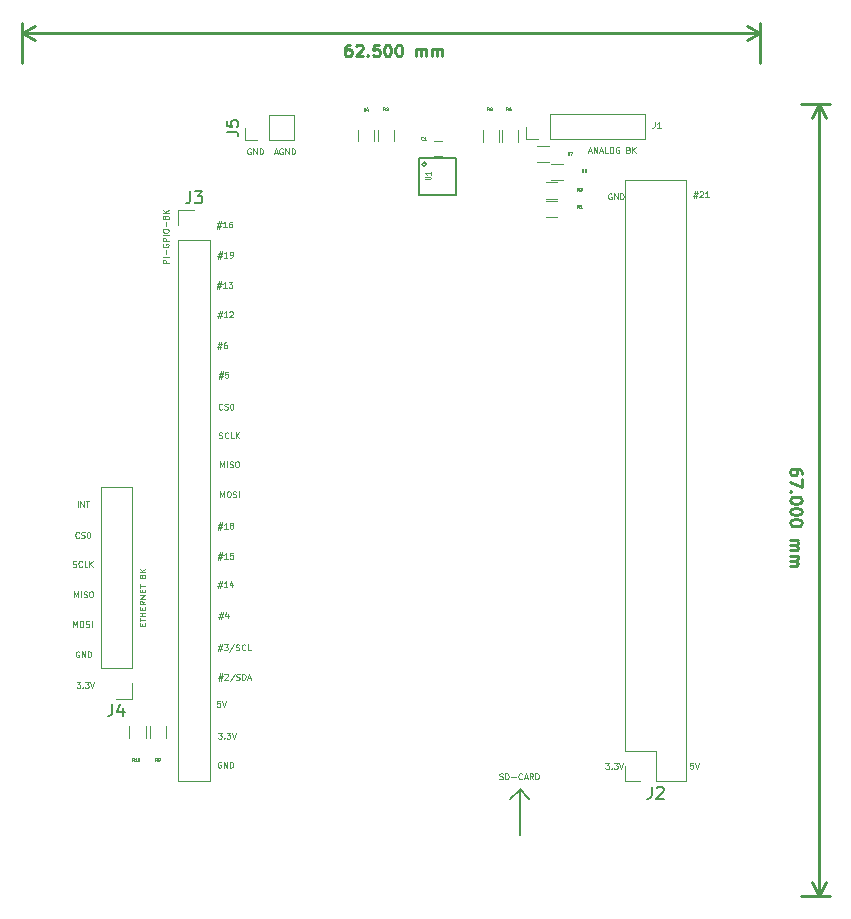
<source format=gbr>
G04 #@! TF.FileFunction,Legend,Top*
%FSLAX46Y46*%
G04 Gerber Fmt 4.6, Leading zero omitted, Abs format (unit mm)*
G04 Created by KiCad (PCBNEW 4.0.6-e0-6349~53~ubuntu16.04.1) date Tue Jul  4 14:56:25 2017*
%MOMM*%
%LPD*%
G01*
G04 APERTURE LIST*
%ADD10C,0.100000*%
%ADD11C,0.250000*%
%ADD12C,0.200000*%
%ADD13C,0.120000*%
%ADD14C,0.150000*%
%ADD15C,0.062500*%
G04 APERTURE END LIST*
D10*
X100980000Y-33973333D02*
X101218095Y-33973333D01*
X100932381Y-34116190D02*
X101099048Y-33616190D01*
X101265714Y-34116190D01*
X101432381Y-34116190D02*
X101432381Y-33616190D01*
X101718095Y-34116190D01*
X101718095Y-33616190D01*
X101932381Y-33973333D02*
X102170476Y-33973333D01*
X101884762Y-34116190D02*
X102051429Y-33616190D01*
X102218095Y-34116190D01*
X102622857Y-34116190D02*
X102384762Y-34116190D01*
X102384762Y-33616190D01*
X102884762Y-33616190D02*
X102980000Y-33616190D01*
X103027619Y-33640000D01*
X103075238Y-33687619D01*
X103099047Y-33782857D01*
X103099047Y-33949524D01*
X103075238Y-34044762D01*
X103027619Y-34092381D01*
X102980000Y-34116190D01*
X102884762Y-34116190D01*
X102837143Y-34092381D01*
X102789524Y-34044762D01*
X102765714Y-33949524D01*
X102765714Y-33782857D01*
X102789524Y-33687619D01*
X102837143Y-33640000D01*
X102884762Y-33616190D01*
X103575238Y-33640000D02*
X103527619Y-33616190D01*
X103456191Y-33616190D01*
X103384762Y-33640000D01*
X103337143Y-33687619D01*
X103313334Y-33735238D01*
X103289524Y-33830476D01*
X103289524Y-33901905D01*
X103313334Y-33997143D01*
X103337143Y-34044762D01*
X103384762Y-34092381D01*
X103456191Y-34116190D01*
X103503810Y-34116190D01*
X103575238Y-34092381D01*
X103599048Y-34068571D01*
X103599048Y-33901905D01*
X103503810Y-33901905D01*
X104360952Y-33854286D02*
X104432381Y-33878095D01*
X104456190Y-33901905D01*
X104480000Y-33949524D01*
X104480000Y-34020952D01*
X104456190Y-34068571D01*
X104432381Y-34092381D01*
X104384762Y-34116190D01*
X104194286Y-34116190D01*
X104194286Y-33616190D01*
X104360952Y-33616190D01*
X104408571Y-33640000D01*
X104432381Y-33663810D01*
X104456190Y-33711429D01*
X104456190Y-33759048D01*
X104432381Y-33806667D01*
X104408571Y-33830476D01*
X104360952Y-33854286D01*
X104194286Y-33854286D01*
X104694286Y-34116190D02*
X104694286Y-33616190D01*
X104980000Y-34116190D02*
X104765714Y-33830476D01*
X104980000Y-33616190D02*
X104694286Y-33901905D01*
X65426190Y-43450000D02*
X64926190Y-43450000D01*
X64926190Y-43259524D01*
X64950000Y-43211905D01*
X64973810Y-43188096D01*
X65021429Y-43164286D01*
X65092857Y-43164286D01*
X65140476Y-43188096D01*
X65164286Y-43211905D01*
X65188095Y-43259524D01*
X65188095Y-43450000D01*
X65426190Y-42950000D02*
X64926190Y-42950000D01*
X65235714Y-42711905D02*
X65235714Y-42330953D01*
X64950000Y-41830953D02*
X64926190Y-41878572D01*
X64926190Y-41950000D01*
X64950000Y-42021429D01*
X64997619Y-42069048D01*
X65045238Y-42092857D01*
X65140476Y-42116667D01*
X65211905Y-42116667D01*
X65307143Y-42092857D01*
X65354762Y-42069048D01*
X65402381Y-42021429D01*
X65426190Y-41950000D01*
X65426190Y-41902381D01*
X65402381Y-41830953D01*
X65378571Y-41807143D01*
X65211905Y-41807143D01*
X65211905Y-41902381D01*
X65426190Y-41592857D02*
X64926190Y-41592857D01*
X64926190Y-41402381D01*
X64950000Y-41354762D01*
X64973810Y-41330953D01*
X65021429Y-41307143D01*
X65092857Y-41307143D01*
X65140476Y-41330953D01*
X65164286Y-41354762D01*
X65188095Y-41402381D01*
X65188095Y-41592857D01*
X65426190Y-41092857D02*
X64926190Y-41092857D01*
X64926190Y-40759524D02*
X64926190Y-40664286D01*
X64950000Y-40616667D01*
X64997619Y-40569048D01*
X65092857Y-40545239D01*
X65259524Y-40545239D01*
X65354762Y-40569048D01*
X65402381Y-40616667D01*
X65426190Y-40664286D01*
X65426190Y-40759524D01*
X65402381Y-40807143D01*
X65354762Y-40854762D01*
X65259524Y-40878572D01*
X65092857Y-40878572D01*
X64997619Y-40854762D01*
X64950000Y-40807143D01*
X64926190Y-40759524D01*
X65235714Y-40330952D02*
X65235714Y-39950000D01*
X65164286Y-39545238D02*
X65188095Y-39473809D01*
X65211905Y-39450000D01*
X65259524Y-39426190D01*
X65330952Y-39426190D01*
X65378571Y-39450000D01*
X65402381Y-39473809D01*
X65426190Y-39521428D01*
X65426190Y-39711904D01*
X64926190Y-39711904D01*
X64926190Y-39545238D01*
X64950000Y-39497619D01*
X64973810Y-39473809D01*
X65021429Y-39450000D01*
X65069048Y-39450000D01*
X65116667Y-39473809D01*
X65140476Y-39497619D01*
X65164286Y-39545238D01*
X65164286Y-39711904D01*
X65426190Y-39211904D02*
X64926190Y-39211904D01*
X65426190Y-38926190D02*
X65140476Y-39140476D01*
X64926190Y-38926190D02*
X65211905Y-39211904D01*
X74369048Y-34083333D02*
X74607143Y-34083333D01*
X74321429Y-34226190D02*
X74488096Y-33726190D01*
X74654762Y-34226190D01*
X75083333Y-33750000D02*
X75035714Y-33726190D01*
X74964286Y-33726190D01*
X74892857Y-33750000D01*
X74845238Y-33797619D01*
X74821429Y-33845238D01*
X74797619Y-33940476D01*
X74797619Y-34011905D01*
X74821429Y-34107143D01*
X74845238Y-34154762D01*
X74892857Y-34202381D01*
X74964286Y-34226190D01*
X75011905Y-34226190D01*
X75083333Y-34202381D01*
X75107143Y-34178571D01*
X75107143Y-34011905D01*
X75011905Y-34011905D01*
X75321429Y-34226190D02*
X75321429Y-33726190D01*
X75607143Y-34226190D01*
X75607143Y-33726190D01*
X75845239Y-34226190D02*
X75845239Y-33726190D01*
X75964286Y-33726190D01*
X76035715Y-33750000D01*
X76083334Y-33797619D01*
X76107143Y-33845238D01*
X76130953Y-33940476D01*
X76130953Y-34011905D01*
X76107143Y-34107143D01*
X76083334Y-34154762D01*
X76035715Y-34202381D01*
X75964286Y-34226190D01*
X75845239Y-34226190D01*
X72369047Y-33750000D02*
X72321428Y-33726190D01*
X72250000Y-33726190D01*
X72178571Y-33750000D01*
X72130952Y-33797619D01*
X72107143Y-33845238D01*
X72083333Y-33940476D01*
X72083333Y-34011905D01*
X72107143Y-34107143D01*
X72130952Y-34154762D01*
X72178571Y-34202381D01*
X72250000Y-34226190D01*
X72297619Y-34226190D01*
X72369047Y-34202381D01*
X72392857Y-34178571D01*
X72392857Y-34011905D01*
X72297619Y-34011905D01*
X72607143Y-34226190D02*
X72607143Y-33726190D01*
X72892857Y-34226190D01*
X72892857Y-33726190D01*
X73130953Y-34226190D02*
X73130953Y-33726190D01*
X73250000Y-33726190D01*
X73321429Y-33750000D01*
X73369048Y-33797619D01*
X73392857Y-33845238D01*
X73416667Y-33940476D01*
X73416667Y-34011905D01*
X73392857Y-34107143D01*
X73369048Y-34154762D01*
X73321429Y-34202381D01*
X73250000Y-34226190D01*
X73130953Y-34226190D01*
X63214286Y-74154761D02*
X63214286Y-73988095D01*
X63476190Y-73916666D02*
X63476190Y-74154761D01*
X62976190Y-74154761D01*
X62976190Y-73916666D01*
X62976190Y-73773809D02*
X62976190Y-73488095D01*
X63476190Y-73630952D02*
X62976190Y-73630952D01*
X63476190Y-73321428D02*
X62976190Y-73321428D01*
X63214286Y-73321428D02*
X63214286Y-73035714D01*
X63476190Y-73035714D02*
X62976190Y-73035714D01*
X63214286Y-72797618D02*
X63214286Y-72630952D01*
X63476190Y-72559523D02*
X63476190Y-72797618D01*
X62976190Y-72797618D01*
X62976190Y-72559523D01*
X63476190Y-72059523D02*
X63238095Y-72226190D01*
X63476190Y-72345237D02*
X62976190Y-72345237D01*
X62976190Y-72154761D01*
X63000000Y-72107142D01*
X63023810Y-72083333D01*
X63071429Y-72059523D01*
X63142857Y-72059523D01*
X63190476Y-72083333D01*
X63214286Y-72107142D01*
X63238095Y-72154761D01*
X63238095Y-72345237D01*
X63476190Y-71845237D02*
X62976190Y-71845237D01*
X63476190Y-71559523D01*
X62976190Y-71559523D01*
X63214286Y-71321427D02*
X63214286Y-71154761D01*
X63476190Y-71083332D02*
X63476190Y-71321427D01*
X62976190Y-71321427D01*
X62976190Y-71083332D01*
X62976190Y-70940475D02*
X62976190Y-70654761D01*
X63476190Y-70797618D02*
X62976190Y-70797618D01*
X63214286Y-69940476D02*
X63238095Y-69869047D01*
X63261905Y-69845238D01*
X63309524Y-69821428D01*
X63380952Y-69821428D01*
X63428571Y-69845238D01*
X63452381Y-69869047D01*
X63476190Y-69916666D01*
X63476190Y-70107142D01*
X62976190Y-70107142D01*
X62976190Y-69940476D01*
X63000000Y-69892857D01*
X63023810Y-69869047D01*
X63071429Y-69845238D01*
X63119048Y-69845238D01*
X63166667Y-69869047D01*
X63190476Y-69892857D01*
X63214286Y-69940476D01*
X63214286Y-70107142D01*
X63476190Y-69607142D02*
X62976190Y-69607142D01*
X63476190Y-69321428D02*
X63190476Y-69535714D01*
X62976190Y-69321428D02*
X63261905Y-69607142D01*
D11*
X80833334Y-24952381D02*
X80642857Y-24952381D01*
X80547619Y-25000000D01*
X80500000Y-25047619D01*
X80404762Y-25190476D01*
X80357143Y-25380952D01*
X80357143Y-25761905D01*
X80404762Y-25857143D01*
X80452381Y-25904762D01*
X80547619Y-25952381D01*
X80738096Y-25952381D01*
X80833334Y-25904762D01*
X80880953Y-25857143D01*
X80928572Y-25761905D01*
X80928572Y-25523810D01*
X80880953Y-25428571D01*
X80833334Y-25380952D01*
X80738096Y-25333333D01*
X80547619Y-25333333D01*
X80452381Y-25380952D01*
X80404762Y-25428571D01*
X80357143Y-25523810D01*
X81309524Y-25047619D02*
X81357143Y-25000000D01*
X81452381Y-24952381D01*
X81690477Y-24952381D01*
X81785715Y-25000000D01*
X81833334Y-25047619D01*
X81880953Y-25142857D01*
X81880953Y-25238095D01*
X81833334Y-25380952D01*
X81261905Y-25952381D01*
X81880953Y-25952381D01*
X82309524Y-25857143D02*
X82357143Y-25904762D01*
X82309524Y-25952381D01*
X82261905Y-25904762D01*
X82309524Y-25857143D01*
X82309524Y-25952381D01*
X83261905Y-24952381D02*
X82785714Y-24952381D01*
X82738095Y-25428571D01*
X82785714Y-25380952D01*
X82880952Y-25333333D01*
X83119048Y-25333333D01*
X83214286Y-25380952D01*
X83261905Y-25428571D01*
X83309524Y-25523810D01*
X83309524Y-25761905D01*
X83261905Y-25857143D01*
X83214286Y-25904762D01*
X83119048Y-25952381D01*
X82880952Y-25952381D01*
X82785714Y-25904762D01*
X82738095Y-25857143D01*
X83928571Y-24952381D02*
X84023810Y-24952381D01*
X84119048Y-25000000D01*
X84166667Y-25047619D01*
X84214286Y-25142857D01*
X84261905Y-25333333D01*
X84261905Y-25571429D01*
X84214286Y-25761905D01*
X84166667Y-25857143D01*
X84119048Y-25904762D01*
X84023810Y-25952381D01*
X83928571Y-25952381D01*
X83833333Y-25904762D01*
X83785714Y-25857143D01*
X83738095Y-25761905D01*
X83690476Y-25571429D01*
X83690476Y-25333333D01*
X83738095Y-25142857D01*
X83785714Y-25047619D01*
X83833333Y-25000000D01*
X83928571Y-24952381D01*
X84880952Y-24952381D02*
X84976191Y-24952381D01*
X85071429Y-25000000D01*
X85119048Y-25047619D01*
X85166667Y-25142857D01*
X85214286Y-25333333D01*
X85214286Y-25571429D01*
X85166667Y-25761905D01*
X85119048Y-25857143D01*
X85071429Y-25904762D01*
X84976191Y-25952381D01*
X84880952Y-25952381D01*
X84785714Y-25904762D01*
X84738095Y-25857143D01*
X84690476Y-25761905D01*
X84642857Y-25571429D01*
X84642857Y-25333333D01*
X84690476Y-25142857D01*
X84738095Y-25047619D01*
X84785714Y-25000000D01*
X84880952Y-24952381D01*
X86404762Y-25952381D02*
X86404762Y-25285714D01*
X86404762Y-25380952D02*
X86452381Y-25333333D01*
X86547619Y-25285714D01*
X86690477Y-25285714D01*
X86785715Y-25333333D01*
X86833334Y-25428571D01*
X86833334Y-25952381D01*
X86833334Y-25428571D02*
X86880953Y-25333333D01*
X86976191Y-25285714D01*
X87119048Y-25285714D01*
X87214286Y-25333333D01*
X87261905Y-25428571D01*
X87261905Y-25952381D01*
X87738095Y-25952381D02*
X87738095Y-25285714D01*
X87738095Y-25380952D02*
X87785714Y-25333333D01*
X87880952Y-25285714D01*
X88023810Y-25285714D01*
X88119048Y-25333333D01*
X88166667Y-25428571D01*
X88166667Y-25952381D01*
X88166667Y-25428571D02*
X88214286Y-25333333D01*
X88309524Y-25285714D01*
X88452381Y-25285714D01*
X88547619Y-25333333D01*
X88595238Y-25428571D01*
X88595238Y-25952381D01*
X53000000Y-24000000D02*
X115500000Y-24000000D01*
X53000000Y-26500000D02*
X53000000Y-23100000D01*
X115500000Y-26500000D02*
X115500000Y-23100000D01*
X115500000Y-24000000D02*
X114373496Y-24586421D01*
X115500000Y-24000000D02*
X114373496Y-23413579D01*
X53000000Y-24000000D02*
X54126504Y-24586421D01*
X53000000Y-24000000D02*
X54126504Y-23413579D01*
X119047619Y-61333334D02*
X119047619Y-61142857D01*
X119000000Y-61047619D01*
X118952381Y-61000000D01*
X118809524Y-60904762D01*
X118619048Y-60857143D01*
X118238095Y-60857143D01*
X118142857Y-60904762D01*
X118095238Y-60952381D01*
X118047619Y-61047619D01*
X118047619Y-61238096D01*
X118095238Y-61333334D01*
X118142857Y-61380953D01*
X118238095Y-61428572D01*
X118476190Y-61428572D01*
X118571429Y-61380953D01*
X118619048Y-61333334D01*
X118666667Y-61238096D01*
X118666667Y-61047619D01*
X118619048Y-60952381D01*
X118571429Y-60904762D01*
X118476190Y-60857143D01*
X119047619Y-61761905D02*
X119047619Y-62428572D01*
X118047619Y-62000000D01*
X118142857Y-62809524D02*
X118095238Y-62857143D01*
X118047619Y-62809524D01*
X118095238Y-62761905D01*
X118142857Y-62809524D01*
X118047619Y-62809524D01*
X119047619Y-63476190D02*
X119047619Y-63571429D01*
X119000000Y-63666667D01*
X118952381Y-63714286D01*
X118857143Y-63761905D01*
X118666667Y-63809524D01*
X118428571Y-63809524D01*
X118238095Y-63761905D01*
X118142857Y-63714286D01*
X118095238Y-63666667D01*
X118047619Y-63571429D01*
X118047619Y-63476190D01*
X118095238Y-63380952D01*
X118142857Y-63333333D01*
X118238095Y-63285714D01*
X118428571Y-63238095D01*
X118666667Y-63238095D01*
X118857143Y-63285714D01*
X118952381Y-63333333D01*
X119000000Y-63380952D01*
X119047619Y-63476190D01*
X119047619Y-64428571D02*
X119047619Y-64523810D01*
X119000000Y-64619048D01*
X118952381Y-64666667D01*
X118857143Y-64714286D01*
X118666667Y-64761905D01*
X118428571Y-64761905D01*
X118238095Y-64714286D01*
X118142857Y-64666667D01*
X118095238Y-64619048D01*
X118047619Y-64523810D01*
X118047619Y-64428571D01*
X118095238Y-64333333D01*
X118142857Y-64285714D01*
X118238095Y-64238095D01*
X118428571Y-64190476D01*
X118666667Y-64190476D01*
X118857143Y-64238095D01*
X118952381Y-64285714D01*
X119000000Y-64333333D01*
X119047619Y-64428571D01*
X119047619Y-65380952D02*
X119047619Y-65476191D01*
X119000000Y-65571429D01*
X118952381Y-65619048D01*
X118857143Y-65666667D01*
X118666667Y-65714286D01*
X118428571Y-65714286D01*
X118238095Y-65666667D01*
X118142857Y-65619048D01*
X118095238Y-65571429D01*
X118047619Y-65476191D01*
X118047619Y-65380952D01*
X118095238Y-65285714D01*
X118142857Y-65238095D01*
X118238095Y-65190476D01*
X118428571Y-65142857D01*
X118666667Y-65142857D01*
X118857143Y-65190476D01*
X118952381Y-65238095D01*
X119000000Y-65285714D01*
X119047619Y-65380952D01*
X118047619Y-66904762D02*
X118714286Y-66904762D01*
X118619048Y-66904762D02*
X118666667Y-66952381D01*
X118714286Y-67047619D01*
X118714286Y-67190477D01*
X118666667Y-67285715D01*
X118571429Y-67333334D01*
X118047619Y-67333334D01*
X118571429Y-67333334D02*
X118666667Y-67380953D01*
X118714286Y-67476191D01*
X118714286Y-67619048D01*
X118666667Y-67714286D01*
X118571429Y-67761905D01*
X118047619Y-67761905D01*
X118047619Y-68238095D02*
X118714286Y-68238095D01*
X118619048Y-68238095D02*
X118666667Y-68285714D01*
X118714286Y-68380952D01*
X118714286Y-68523810D01*
X118666667Y-68619048D01*
X118571429Y-68666667D01*
X118047619Y-68666667D01*
X118571429Y-68666667D02*
X118666667Y-68714286D01*
X118714286Y-68809524D01*
X118714286Y-68952381D01*
X118666667Y-69047619D01*
X118571429Y-69095238D01*
X118047619Y-69095238D01*
X120500000Y-30000000D02*
X120500000Y-97000000D01*
X119000000Y-30000000D02*
X121400000Y-30000000D01*
X119000000Y-97000000D02*
X121400000Y-97000000D01*
X120500000Y-97000000D02*
X119913579Y-95873496D01*
X120500000Y-97000000D02*
X121086421Y-95873496D01*
X120500000Y-30000000D02*
X119913579Y-31126504D01*
X120500000Y-30000000D02*
X121086421Y-31126504D01*
D10*
X93443334Y-87122381D02*
X93514763Y-87146190D01*
X93633810Y-87146190D01*
X93681429Y-87122381D01*
X93705239Y-87098571D01*
X93729048Y-87050952D01*
X93729048Y-87003333D01*
X93705239Y-86955714D01*
X93681429Y-86931905D01*
X93633810Y-86908095D01*
X93538572Y-86884286D01*
X93490953Y-86860476D01*
X93467144Y-86836667D01*
X93443334Y-86789048D01*
X93443334Y-86741429D01*
X93467144Y-86693810D01*
X93490953Y-86670000D01*
X93538572Y-86646190D01*
X93657620Y-86646190D01*
X93729048Y-86670000D01*
X93943334Y-87146190D02*
X93943334Y-86646190D01*
X94062381Y-86646190D01*
X94133810Y-86670000D01*
X94181429Y-86717619D01*
X94205238Y-86765238D01*
X94229048Y-86860476D01*
X94229048Y-86931905D01*
X94205238Y-87027143D01*
X94181429Y-87074762D01*
X94133810Y-87122381D01*
X94062381Y-87146190D01*
X93943334Y-87146190D01*
X94443334Y-86955714D02*
X94824286Y-86955714D01*
X95348096Y-87098571D02*
X95324286Y-87122381D01*
X95252858Y-87146190D01*
X95205239Y-87146190D01*
X95133810Y-87122381D01*
X95086191Y-87074762D01*
X95062382Y-87027143D01*
X95038572Y-86931905D01*
X95038572Y-86860476D01*
X95062382Y-86765238D01*
X95086191Y-86717619D01*
X95133810Y-86670000D01*
X95205239Y-86646190D01*
X95252858Y-86646190D01*
X95324286Y-86670000D01*
X95348096Y-86693810D01*
X95538572Y-87003333D02*
X95776667Y-87003333D01*
X95490953Y-87146190D02*
X95657620Y-86646190D01*
X95824286Y-87146190D01*
X96276667Y-87146190D02*
X96110000Y-86908095D01*
X95990953Y-87146190D02*
X95990953Y-86646190D01*
X96181429Y-86646190D01*
X96229048Y-86670000D01*
X96252857Y-86693810D01*
X96276667Y-86741429D01*
X96276667Y-86812857D01*
X96252857Y-86860476D01*
X96229048Y-86884286D01*
X96181429Y-86908095D01*
X95990953Y-86908095D01*
X96490953Y-87146190D02*
X96490953Y-86646190D01*
X96610000Y-86646190D01*
X96681429Y-86670000D01*
X96729048Y-86717619D01*
X96752857Y-86765238D01*
X96776667Y-86860476D01*
X96776667Y-86931905D01*
X96752857Y-87027143D01*
X96729048Y-87074762D01*
X96681429Y-87122381D01*
X96610000Y-87146190D01*
X96490953Y-87146190D01*
D12*
X95190000Y-88020000D02*
X94360000Y-88850000D01*
X95170000Y-88010000D02*
X95980000Y-88820000D01*
X95170000Y-91860000D02*
X95170000Y-88010000D01*
D10*
X69569048Y-40092857D02*
X69926191Y-40092857D01*
X69711905Y-39878571D02*
X69569048Y-40521429D01*
X69878572Y-40307143D02*
X69521429Y-40307143D01*
X69735715Y-40521429D02*
X69878572Y-39878571D01*
X70354762Y-40426190D02*
X70069048Y-40426190D01*
X70211905Y-40426190D02*
X70211905Y-39926190D01*
X70164286Y-39997619D01*
X70116667Y-40045238D01*
X70069048Y-40069048D01*
X70783333Y-39926190D02*
X70688095Y-39926190D01*
X70640476Y-39950000D01*
X70616667Y-39973810D01*
X70569048Y-40045238D01*
X70545238Y-40140476D01*
X70545238Y-40330952D01*
X70569048Y-40378571D01*
X70592857Y-40402381D01*
X70640476Y-40426190D01*
X70735714Y-40426190D01*
X70783333Y-40402381D01*
X70807143Y-40378571D01*
X70830952Y-40330952D01*
X70830952Y-40211905D01*
X70807143Y-40164286D01*
X70783333Y-40140476D01*
X70735714Y-40116667D01*
X70640476Y-40116667D01*
X70592857Y-40140476D01*
X70569048Y-40164286D01*
X70545238Y-40211905D01*
X69619048Y-42652857D02*
X69976191Y-42652857D01*
X69761905Y-42438571D02*
X69619048Y-43081429D01*
X69928572Y-42867143D02*
X69571429Y-42867143D01*
X69785715Y-43081429D02*
X69928572Y-42438571D01*
X70404762Y-42986190D02*
X70119048Y-42986190D01*
X70261905Y-42986190D02*
X70261905Y-42486190D01*
X70214286Y-42557619D01*
X70166667Y-42605238D01*
X70119048Y-42629048D01*
X70642857Y-42986190D02*
X70738095Y-42986190D01*
X70785714Y-42962381D01*
X70809524Y-42938571D01*
X70857143Y-42867143D01*
X70880952Y-42771905D01*
X70880952Y-42581429D01*
X70857143Y-42533810D01*
X70833333Y-42510000D01*
X70785714Y-42486190D01*
X70690476Y-42486190D01*
X70642857Y-42510000D01*
X70619048Y-42533810D01*
X70595238Y-42581429D01*
X70595238Y-42700476D01*
X70619048Y-42748095D01*
X70642857Y-42771905D01*
X70690476Y-42795714D01*
X70785714Y-42795714D01*
X70833333Y-42771905D01*
X70857143Y-42748095D01*
X70880952Y-42700476D01*
X69569048Y-45212857D02*
X69926191Y-45212857D01*
X69711905Y-44998571D02*
X69569048Y-45641429D01*
X69878572Y-45427143D02*
X69521429Y-45427143D01*
X69735715Y-45641429D02*
X69878572Y-44998571D01*
X70354762Y-45546190D02*
X70069048Y-45546190D01*
X70211905Y-45546190D02*
X70211905Y-45046190D01*
X70164286Y-45117619D01*
X70116667Y-45165238D01*
X70069048Y-45189048D01*
X70521429Y-45046190D02*
X70830952Y-45046190D01*
X70664286Y-45236667D01*
X70735714Y-45236667D01*
X70783333Y-45260476D01*
X70807143Y-45284286D01*
X70830952Y-45331905D01*
X70830952Y-45450952D01*
X70807143Y-45498571D01*
X70783333Y-45522381D01*
X70735714Y-45546190D01*
X70592857Y-45546190D01*
X70545238Y-45522381D01*
X70521429Y-45498571D01*
X69609048Y-47702857D02*
X69966191Y-47702857D01*
X69751905Y-47488571D02*
X69609048Y-48131429D01*
X69918572Y-47917143D02*
X69561429Y-47917143D01*
X69775715Y-48131429D02*
X69918572Y-47488571D01*
X70394762Y-48036190D02*
X70109048Y-48036190D01*
X70251905Y-48036190D02*
X70251905Y-47536190D01*
X70204286Y-47607619D01*
X70156667Y-47655238D01*
X70109048Y-47679048D01*
X70585238Y-47583810D02*
X70609048Y-47560000D01*
X70656667Y-47536190D01*
X70775714Y-47536190D01*
X70823333Y-47560000D01*
X70847143Y-47583810D01*
X70870952Y-47631429D01*
X70870952Y-47679048D01*
X70847143Y-47750476D01*
X70561429Y-48036190D01*
X70870952Y-48036190D01*
X69587143Y-50322857D02*
X69944286Y-50322857D01*
X69730000Y-50108571D02*
X69587143Y-50751429D01*
X69896667Y-50537143D02*
X69539524Y-50537143D01*
X69753810Y-50751429D02*
X69896667Y-50108571D01*
X70325238Y-50156190D02*
X70230000Y-50156190D01*
X70182381Y-50180000D01*
X70158572Y-50203810D01*
X70110953Y-50275238D01*
X70087143Y-50370476D01*
X70087143Y-50560952D01*
X70110953Y-50608571D01*
X70134762Y-50632381D01*
X70182381Y-50656190D01*
X70277619Y-50656190D01*
X70325238Y-50632381D01*
X70349048Y-50608571D01*
X70372857Y-50560952D01*
X70372857Y-50441905D01*
X70349048Y-50394286D01*
X70325238Y-50370476D01*
X70277619Y-50346667D01*
X70182381Y-50346667D01*
X70134762Y-50370476D01*
X70110953Y-50394286D01*
X70087143Y-50441905D01*
X69707143Y-52822857D02*
X70064286Y-52822857D01*
X69850000Y-52608571D02*
X69707143Y-53251429D01*
X70016667Y-53037143D02*
X69659524Y-53037143D01*
X69873810Y-53251429D02*
X70016667Y-52608571D01*
X70469048Y-52656190D02*
X70230953Y-52656190D01*
X70207143Y-52894286D01*
X70230953Y-52870476D01*
X70278572Y-52846667D01*
X70397619Y-52846667D01*
X70445238Y-52870476D01*
X70469048Y-52894286D01*
X70492857Y-52941905D01*
X70492857Y-53060952D01*
X70469048Y-53108571D01*
X70445238Y-53132381D01*
X70397619Y-53156190D01*
X70278572Y-53156190D01*
X70230953Y-53132381D01*
X70207143Y-53108571D01*
X69968572Y-55798571D02*
X69944762Y-55822381D01*
X69873334Y-55846190D01*
X69825715Y-55846190D01*
X69754286Y-55822381D01*
X69706667Y-55774762D01*
X69682858Y-55727143D01*
X69659048Y-55631905D01*
X69659048Y-55560476D01*
X69682858Y-55465238D01*
X69706667Y-55417619D01*
X69754286Y-55370000D01*
X69825715Y-55346190D01*
X69873334Y-55346190D01*
X69944762Y-55370000D01*
X69968572Y-55393810D01*
X70159048Y-55822381D02*
X70230477Y-55846190D01*
X70349524Y-55846190D01*
X70397143Y-55822381D01*
X70420953Y-55798571D01*
X70444762Y-55750952D01*
X70444762Y-55703333D01*
X70420953Y-55655714D01*
X70397143Y-55631905D01*
X70349524Y-55608095D01*
X70254286Y-55584286D01*
X70206667Y-55560476D01*
X70182858Y-55536667D01*
X70159048Y-55489048D01*
X70159048Y-55441429D01*
X70182858Y-55393810D01*
X70206667Y-55370000D01*
X70254286Y-55346190D01*
X70373334Y-55346190D01*
X70444762Y-55370000D01*
X70754286Y-55346190D02*
X70801905Y-55346190D01*
X70849524Y-55370000D01*
X70873333Y-55393810D01*
X70897143Y-55441429D01*
X70920952Y-55536667D01*
X70920952Y-55655714D01*
X70897143Y-55750952D01*
X70873333Y-55798571D01*
X70849524Y-55822381D01*
X70801905Y-55846190D01*
X70754286Y-55846190D01*
X70706667Y-55822381D01*
X70682857Y-55798571D01*
X70659048Y-55750952D01*
X70635238Y-55655714D01*
X70635238Y-55536667D01*
X70659048Y-55441429D01*
X70682857Y-55393810D01*
X70706667Y-55370000D01*
X70754286Y-55346190D01*
X69694762Y-58242381D02*
X69766191Y-58266190D01*
X69885238Y-58266190D01*
X69932857Y-58242381D01*
X69956667Y-58218571D01*
X69980476Y-58170952D01*
X69980476Y-58123333D01*
X69956667Y-58075714D01*
X69932857Y-58051905D01*
X69885238Y-58028095D01*
X69790000Y-58004286D01*
X69742381Y-57980476D01*
X69718572Y-57956667D01*
X69694762Y-57909048D01*
X69694762Y-57861429D01*
X69718572Y-57813810D01*
X69742381Y-57790000D01*
X69790000Y-57766190D01*
X69909048Y-57766190D01*
X69980476Y-57790000D01*
X70480476Y-58218571D02*
X70456666Y-58242381D01*
X70385238Y-58266190D01*
X70337619Y-58266190D01*
X70266190Y-58242381D01*
X70218571Y-58194762D01*
X70194762Y-58147143D01*
X70170952Y-58051905D01*
X70170952Y-57980476D01*
X70194762Y-57885238D01*
X70218571Y-57837619D01*
X70266190Y-57790000D01*
X70337619Y-57766190D01*
X70385238Y-57766190D01*
X70456666Y-57790000D01*
X70480476Y-57813810D01*
X70932857Y-58266190D02*
X70694762Y-58266190D01*
X70694762Y-57766190D01*
X71099524Y-58266190D02*
X71099524Y-57766190D01*
X71385238Y-58266190D02*
X71170952Y-57980476D01*
X71385238Y-57766190D02*
X71099524Y-58051905D01*
X69804286Y-60726190D02*
X69804286Y-60226190D01*
X69970952Y-60583333D01*
X70137619Y-60226190D01*
X70137619Y-60726190D01*
X70375715Y-60726190D02*
X70375715Y-60226190D01*
X70590000Y-60702381D02*
X70661429Y-60726190D01*
X70780476Y-60726190D01*
X70828095Y-60702381D01*
X70851905Y-60678571D01*
X70875714Y-60630952D01*
X70875714Y-60583333D01*
X70851905Y-60535714D01*
X70828095Y-60511905D01*
X70780476Y-60488095D01*
X70685238Y-60464286D01*
X70637619Y-60440476D01*
X70613810Y-60416667D01*
X70590000Y-60369048D01*
X70590000Y-60321429D01*
X70613810Y-60273810D01*
X70637619Y-60250000D01*
X70685238Y-60226190D01*
X70804286Y-60226190D01*
X70875714Y-60250000D01*
X71185238Y-60226190D02*
X71280476Y-60226190D01*
X71328095Y-60250000D01*
X71375714Y-60297619D01*
X71399523Y-60392857D01*
X71399523Y-60559524D01*
X71375714Y-60654762D01*
X71328095Y-60702381D01*
X71280476Y-60726190D01*
X71185238Y-60726190D01*
X71137619Y-60702381D01*
X71090000Y-60654762D01*
X71066190Y-60559524D01*
X71066190Y-60392857D01*
X71090000Y-60297619D01*
X71137619Y-60250000D01*
X71185238Y-60226190D01*
X69804286Y-63276190D02*
X69804286Y-62776190D01*
X69970952Y-63133333D01*
X70137619Y-62776190D01*
X70137619Y-63276190D01*
X70470953Y-62776190D02*
X70566191Y-62776190D01*
X70613810Y-62800000D01*
X70661429Y-62847619D01*
X70685238Y-62942857D01*
X70685238Y-63109524D01*
X70661429Y-63204762D01*
X70613810Y-63252381D01*
X70566191Y-63276190D01*
X70470953Y-63276190D01*
X70423334Y-63252381D01*
X70375715Y-63204762D01*
X70351905Y-63109524D01*
X70351905Y-62942857D01*
X70375715Y-62847619D01*
X70423334Y-62800000D01*
X70470953Y-62776190D01*
X70875715Y-63252381D02*
X70947144Y-63276190D01*
X71066191Y-63276190D01*
X71113810Y-63252381D01*
X71137620Y-63228571D01*
X71161429Y-63180952D01*
X71161429Y-63133333D01*
X71137620Y-63085714D01*
X71113810Y-63061905D01*
X71066191Y-63038095D01*
X70970953Y-63014286D01*
X70923334Y-62990476D01*
X70899525Y-62966667D01*
X70875715Y-62919048D01*
X70875715Y-62871429D01*
X70899525Y-62823810D01*
X70923334Y-62800000D01*
X70970953Y-62776190D01*
X71090001Y-62776190D01*
X71161429Y-62800000D01*
X71375715Y-63276190D02*
X71375715Y-62776190D01*
X69639048Y-65602857D02*
X69996191Y-65602857D01*
X69781905Y-65388571D02*
X69639048Y-66031429D01*
X69948572Y-65817143D02*
X69591429Y-65817143D01*
X69805715Y-66031429D02*
X69948572Y-65388571D01*
X70424762Y-65936190D02*
X70139048Y-65936190D01*
X70281905Y-65936190D02*
X70281905Y-65436190D01*
X70234286Y-65507619D01*
X70186667Y-65555238D01*
X70139048Y-65579048D01*
X70710476Y-65650476D02*
X70662857Y-65626667D01*
X70639048Y-65602857D01*
X70615238Y-65555238D01*
X70615238Y-65531429D01*
X70639048Y-65483810D01*
X70662857Y-65460000D01*
X70710476Y-65436190D01*
X70805714Y-65436190D01*
X70853333Y-65460000D01*
X70877143Y-65483810D01*
X70900952Y-65531429D01*
X70900952Y-65555238D01*
X70877143Y-65602857D01*
X70853333Y-65626667D01*
X70805714Y-65650476D01*
X70710476Y-65650476D01*
X70662857Y-65674286D01*
X70639048Y-65698095D01*
X70615238Y-65745714D01*
X70615238Y-65840952D01*
X70639048Y-65888571D01*
X70662857Y-65912381D01*
X70710476Y-65936190D01*
X70805714Y-65936190D01*
X70853333Y-65912381D01*
X70877143Y-65888571D01*
X70900952Y-65840952D01*
X70900952Y-65745714D01*
X70877143Y-65698095D01*
X70853333Y-65674286D01*
X70805714Y-65650476D01*
X69649048Y-68152857D02*
X70006191Y-68152857D01*
X69791905Y-67938571D02*
X69649048Y-68581429D01*
X69958572Y-68367143D02*
X69601429Y-68367143D01*
X69815715Y-68581429D02*
X69958572Y-67938571D01*
X70434762Y-68486190D02*
X70149048Y-68486190D01*
X70291905Y-68486190D02*
X70291905Y-67986190D01*
X70244286Y-68057619D01*
X70196667Y-68105238D01*
X70149048Y-68129048D01*
X70887143Y-67986190D02*
X70649048Y-67986190D01*
X70625238Y-68224286D01*
X70649048Y-68200476D01*
X70696667Y-68176667D01*
X70815714Y-68176667D01*
X70863333Y-68200476D01*
X70887143Y-68224286D01*
X70910952Y-68271905D01*
X70910952Y-68390952D01*
X70887143Y-68438571D01*
X70863333Y-68462381D01*
X70815714Y-68486190D01*
X70696667Y-68486190D01*
X70649048Y-68462381D01*
X70625238Y-68438571D01*
X69619048Y-70552857D02*
X69976191Y-70552857D01*
X69761905Y-70338571D02*
X69619048Y-70981429D01*
X69928572Y-70767143D02*
X69571429Y-70767143D01*
X69785715Y-70981429D02*
X69928572Y-70338571D01*
X70404762Y-70886190D02*
X70119048Y-70886190D01*
X70261905Y-70886190D02*
X70261905Y-70386190D01*
X70214286Y-70457619D01*
X70166667Y-70505238D01*
X70119048Y-70529048D01*
X70833333Y-70552857D02*
X70833333Y-70886190D01*
X70714286Y-70362381D02*
X70595238Y-70719524D01*
X70904762Y-70719524D01*
X69697143Y-73182857D02*
X70054286Y-73182857D01*
X69840000Y-72968571D02*
X69697143Y-73611429D01*
X70006667Y-73397143D02*
X69649524Y-73397143D01*
X69863810Y-73611429D02*
X70006667Y-72968571D01*
X70435238Y-73182857D02*
X70435238Y-73516190D01*
X70316191Y-72992381D02*
X70197143Y-73349524D01*
X70506667Y-73349524D01*
X69634762Y-75892857D02*
X69991905Y-75892857D01*
X69777619Y-75678571D02*
X69634762Y-76321429D01*
X69944286Y-76107143D02*
X69587143Y-76107143D01*
X69801429Y-76321429D02*
X69944286Y-75678571D01*
X70110953Y-75726190D02*
X70420476Y-75726190D01*
X70253810Y-75916667D01*
X70325238Y-75916667D01*
X70372857Y-75940476D01*
X70396667Y-75964286D01*
X70420476Y-76011905D01*
X70420476Y-76130952D01*
X70396667Y-76178571D01*
X70372857Y-76202381D01*
X70325238Y-76226190D01*
X70182381Y-76226190D01*
X70134762Y-76202381D01*
X70110953Y-76178571D01*
X70991904Y-75702381D02*
X70563333Y-76345238D01*
X71134762Y-76202381D02*
X71206191Y-76226190D01*
X71325238Y-76226190D01*
X71372857Y-76202381D01*
X71396667Y-76178571D01*
X71420476Y-76130952D01*
X71420476Y-76083333D01*
X71396667Y-76035714D01*
X71372857Y-76011905D01*
X71325238Y-75988095D01*
X71230000Y-75964286D01*
X71182381Y-75940476D01*
X71158572Y-75916667D01*
X71134762Y-75869048D01*
X71134762Y-75821429D01*
X71158572Y-75773810D01*
X71182381Y-75750000D01*
X71230000Y-75726190D01*
X71349048Y-75726190D01*
X71420476Y-75750000D01*
X71920476Y-76178571D02*
X71896666Y-76202381D01*
X71825238Y-76226190D01*
X71777619Y-76226190D01*
X71706190Y-76202381D01*
X71658571Y-76154762D01*
X71634762Y-76107143D01*
X71610952Y-76011905D01*
X71610952Y-75940476D01*
X71634762Y-75845238D01*
X71658571Y-75797619D01*
X71706190Y-75750000D01*
X71777619Y-75726190D01*
X71825238Y-75726190D01*
X71896666Y-75750000D01*
X71920476Y-75773810D01*
X72372857Y-76226190D02*
X72134762Y-76226190D01*
X72134762Y-75726190D01*
X69662858Y-78392857D02*
X70020001Y-78392857D01*
X69805715Y-78178571D02*
X69662858Y-78821429D01*
X69972382Y-78607143D02*
X69615239Y-78607143D01*
X69829525Y-78821429D02*
X69972382Y-78178571D01*
X70162858Y-78273810D02*
X70186668Y-78250000D01*
X70234287Y-78226190D01*
X70353334Y-78226190D01*
X70400953Y-78250000D01*
X70424763Y-78273810D01*
X70448572Y-78321429D01*
X70448572Y-78369048D01*
X70424763Y-78440476D01*
X70139049Y-78726190D01*
X70448572Y-78726190D01*
X71020000Y-78202381D02*
X70591429Y-78845238D01*
X71162858Y-78702381D02*
X71234287Y-78726190D01*
X71353334Y-78726190D01*
X71400953Y-78702381D01*
X71424763Y-78678571D01*
X71448572Y-78630952D01*
X71448572Y-78583333D01*
X71424763Y-78535714D01*
X71400953Y-78511905D01*
X71353334Y-78488095D01*
X71258096Y-78464286D01*
X71210477Y-78440476D01*
X71186668Y-78416667D01*
X71162858Y-78369048D01*
X71162858Y-78321429D01*
X71186668Y-78273810D01*
X71210477Y-78250000D01*
X71258096Y-78226190D01*
X71377144Y-78226190D01*
X71448572Y-78250000D01*
X71662858Y-78726190D02*
X71662858Y-78226190D01*
X71781905Y-78226190D01*
X71853334Y-78250000D01*
X71900953Y-78297619D01*
X71924762Y-78345238D01*
X71948572Y-78440476D01*
X71948572Y-78511905D01*
X71924762Y-78607143D01*
X71900953Y-78654762D01*
X71853334Y-78702381D01*
X71781905Y-78726190D01*
X71662858Y-78726190D01*
X72139048Y-78583333D02*
X72377143Y-78583333D01*
X72091429Y-78726190D02*
X72258096Y-78226190D01*
X72424762Y-78726190D01*
X69784763Y-80516190D02*
X69546668Y-80516190D01*
X69522858Y-80754286D01*
X69546668Y-80730476D01*
X69594287Y-80706667D01*
X69713334Y-80706667D01*
X69760953Y-80730476D01*
X69784763Y-80754286D01*
X69808572Y-80801905D01*
X69808572Y-80920952D01*
X69784763Y-80968571D01*
X69760953Y-80992381D01*
X69713334Y-81016190D01*
X69594287Y-81016190D01*
X69546668Y-80992381D01*
X69522858Y-80968571D01*
X69951429Y-80516190D02*
X70118096Y-81016190D01*
X70284762Y-80516190D01*
X69621906Y-83206190D02*
X69931429Y-83206190D01*
X69764763Y-83396667D01*
X69836191Y-83396667D01*
X69883810Y-83420476D01*
X69907620Y-83444286D01*
X69931429Y-83491905D01*
X69931429Y-83610952D01*
X69907620Y-83658571D01*
X69883810Y-83682381D01*
X69836191Y-83706190D01*
X69693334Y-83706190D01*
X69645715Y-83682381D01*
X69621906Y-83658571D01*
X70145715Y-83658571D02*
X70169524Y-83682381D01*
X70145715Y-83706190D01*
X70121905Y-83682381D01*
X70145715Y-83658571D01*
X70145715Y-83706190D01*
X70336191Y-83206190D02*
X70645714Y-83206190D01*
X70479048Y-83396667D01*
X70550476Y-83396667D01*
X70598095Y-83420476D01*
X70621905Y-83444286D01*
X70645714Y-83491905D01*
X70645714Y-83610952D01*
X70621905Y-83658571D01*
X70598095Y-83682381D01*
X70550476Y-83706190D01*
X70407619Y-83706190D01*
X70360000Y-83682381D01*
X70336191Y-83658571D01*
X70788571Y-83206190D02*
X70955238Y-83706190D01*
X71121904Y-83206190D01*
X69859047Y-85690000D02*
X69811428Y-85666190D01*
X69740000Y-85666190D01*
X69668571Y-85690000D01*
X69620952Y-85737619D01*
X69597143Y-85785238D01*
X69573333Y-85880476D01*
X69573333Y-85951905D01*
X69597143Y-86047143D01*
X69620952Y-86094762D01*
X69668571Y-86142381D01*
X69740000Y-86166190D01*
X69787619Y-86166190D01*
X69859047Y-86142381D01*
X69882857Y-86118571D01*
X69882857Y-85951905D01*
X69787619Y-85951905D01*
X70097143Y-86166190D02*
X70097143Y-85666190D01*
X70382857Y-86166190D01*
X70382857Y-85666190D01*
X70620953Y-86166190D02*
X70620953Y-85666190D01*
X70740000Y-85666190D01*
X70811429Y-85690000D01*
X70859048Y-85737619D01*
X70882857Y-85785238D01*
X70906667Y-85880476D01*
X70906667Y-85951905D01*
X70882857Y-86047143D01*
X70859048Y-86094762D01*
X70811429Y-86142381D01*
X70740000Y-86166190D01*
X70620953Y-86166190D01*
X57727620Y-64086190D02*
X57727620Y-63586190D01*
X57965715Y-64086190D02*
X57965715Y-63586190D01*
X58251429Y-64086190D01*
X58251429Y-63586190D01*
X58418096Y-63586190D02*
X58703810Y-63586190D01*
X58560953Y-64086190D02*
X58560953Y-63586190D01*
X57838572Y-66668571D02*
X57814762Y-66692381D01*
X57743334Y-66716190D01*
X57695715Y-66716190D01*
X57624286Y-66692381D01*
X57576667Y-66644762D01*
X57552858Y-66597143D01*
X57529048Y-66501905D01*
X57529048Y-66430476D01*
X57552858Y-66335238D01*
X57576667Y-66287619D01*
X57624286Y-66240000D01*
X57695715Y-66216190D01*
X57743334Y-66216190D01*
X57814762Y-66240000D01*
X57838572Y-66263810D01*
X58029048Y-66692381D02*
X58100477Y-66716190D01*
X58219524Y-66716190D01*
X58267143Y-66692381D01*
X58290953Y-66668571D01*
X58314762Y-66620952D01*
X58314762Y-66573333D01*
X58290953Y-66525714D01*
X58267143Y-66501905D01*
X58219524Y-66478095D01*
X58124286Y-66454286D01*
X58076667Y-66430476D01*
X58052858Y-66406667D01*
X58029048Y-66359048D01*
X58029048Y-66311429D01*
X58052858Y-66263810D01*
X58076667Y-66240000D01*
X58124286Y-66216190D01*
X58243334Y-66216190D01*
X58314762Y-66240000D01*
X58624286Y-66216190D02*
X58671905Y-66216190D01*
X58719524Y-66240000D01*
X58743333Y-66263810D01*
X58767143Y-66311429D01*
X58790952Y-66406667D01*
X58790952Y-66525714D01*
X58767143Y-66620952D01*
X58743333Y-66668571D01*
X58719524Y-66692381D01*
X58671905Y-66716190D01*
X58624286Y-66716190D01*
X58576667Y-66692381D01*
X58552857Y-66668571D01*
X58529048Y-66620952D01*
X58505238Y-66525714D01*
X58505238Y-66406667D01*
X58529048Y-66311429D01*
X58552857Y-66263810D01*
X58576667Y-66240000D01*
X58624286Y-66216190D01*
X57314762Y-69142381D02*
X57386191Y-69166190D01*
X57505238Y-69166190D01*
X57552857Y-69142381D01*
X57576667Y-69118571D01*
X57600476Y-69070952D01*
X57600476Y-69023333D01*
X57576667Y-68975714D01*
X57552857Y-68951905D01*
X57505238Y-68928095D01*
X57410000Y-68904286D01*
X57362381Y-68880476D01*
X57338572Y-68856667D01*
X57314762Y-68809048D01*
X57314762Y-68761429D01*
X57338572Y-68713810D01*
X57362381Y-68690000D01*
X57410000Y-68666190D01*
X57529048Y-68666190D01*
X57600476Y-68690000D01*
X58100476Y-69118571D02*
X58076666Y-69142381D01*
X58005238Y-69166190D01*
X57957619Y-69166190D01*
X57886190Y-69142381D01*
X57838571Y-69094762D01*
X57814762Y-69047143D01*
X57790952Y-68951905D01*
X57790952Y-68880476D01*
X57814762Y-68785238D01*
X57838571Y-68737619D01*
X57886190Y-68690000D01*
X57957619Y-68666190D01*
X58005238Y-68666190D01*
X58076666Y-68690000D01*
X58100476Y-68713810D01*
X58552857Y-69166190D02*
X58314762Y-69166190D01*
X58314762Y-68666190D01*
X58719524Y-69166190D02*
X58719524Y-68666190D01*
X59005238Y-69166190D02*
X58790952Y-68880476D01*
X59005238Y-68666190D02*
X58719524Y-68951905D01*
X57444286Y-71736190D02*
X57444286Y-71236190D01*
X57610952Y-71593333D01*
X57777619Y-71236190D01*
X57777619Y-71736190D01*
X58015715Y-71736190D02*
X58015715Y-71236190D01*
X58230000Y-71712381D02*
X58301429Y-71736190D01*
X58420476Y-71736190D01*
X58468095Y-71712381D01*
X58491905Y-71688571D01*
X58515714Y-71640952D01*
X58515714Y-71593333D01*
X58491905Y-71545714D01*
X58468095Y-71521905D01*
X58420476Y-71498095D01*
X58325238Y-71474286D01*
X58277619Y-71450476D01*
X58253810Y-71426667D01*
X58230000Y-71379048D01*
X58230000Y-71331429D01*
X58253810Y-71283810D01*
X58277619Y-71260000D01*
X58325238Y-71236190D01*
X58444286Y-71236190D01*
X58515714Y-71260000D01*
X58825238Y-71236190D02*
X58920476Y-71236190D01*
X58968095Y-71260000D01*
X59015714Y-71307619D01*
X59039523Y-71402857D01*
X59039523Y-71569524D01*
X59015714Y-71664762D01*
X58968095Y-71712381D01*
X58920476Y-71736190D01*
X58825238Y-71736190D01*
X58777619Y-71712381D01*
X58730000Y-71664762D01*
X58706190Y-71569524D01*
X58706190Y-71402857D01*
X58730000Y-71307619D01*
X58777619Y-71260000D01*
X58825238Y-71236190D01*
X57344286Y-74246190D02*
X57344286Y-73746190D01*
X57510952Y-74103333D01*
X57677619Y-73746190D01*
X57677619Y-74246190D01*
X58010953Y-73746190D02*
X58106191Y-73746190D01*
X58153810Y-73770000D01*
X58201429Y-73817619D01*
X58225238Y-73912857D01*
X58225238Y-74079524D01*
X58201429Y-74174762D01*
X58153810Y-74222381D01*
X58106191Y-74246190D01*
X58010953Y-74246190D01*
X57963334Y-74222381D01*
X57915715Y-74174762D01*
X57891905Y-74079524D01*
X57891905Y-73912857D01*
X57915715Y-73817619D01*
X57963334Y-73770000D01*
X58010953Y-73746190D01*
X58415715Y-74222381D02*
X58487144Y-74246190D01*
X58606191Y-74246190D01*
X58653810Y-74222381D01*
X58677620Y-74198571D01*
X58701429Y-74150952D01*
X58701429Y-74103333D01*
X58677620Y-74055714D01*
X58653810Y-74031905D01*
X58606191Y-74008095D01*
X58510953Y-73984286D01*
X58463334Y-73960476D01*
X58439525Y-73936667D01*
X58415715Y-73889048D01*
X58415715Y-73841429D01*
X58439525Y-73793810D01*
X58463334Y-73770000D01*
X58510953Y-73746190D01*
X58630001Y-73746190D01*
X58701429Y-73770000D01*
X58915715Y-74246190D02*
X58915715Y-73746190D01*
X57839047Y-76340000D02*
X57791428Y-76316190D01*
X57720000Y-76316190D01*
X57648571Y-76340000D01*
X57600952Y-76387619D01*
X57577143Y-76435238D01*
X57553333Y-76530476D01*
X57553333Y-76601905D01*
X57577143Y-76697143D01*
X57600952Y-76744762D01*
X57648571Y-76792381D01*
X57720000Y-76816190D01*
X57767619Y-76816190D01*
X57839047Y-76792381D01*
X57862857Y-76768571D01*
X57862857Y-76601905D01*
X57767619Y-76601905D01*
X58077143Y-76816190D02*
X58077143Y-76316190D01*
X58362857Y-76816190D01*
X58362857Y-76316190D01*
X58600953Y-76816190D02*
X58600953Y-76316190D01*
X58720000Y-76316190D01*
X58791429Y-76340000D01*
X58839048Y-76387619D01*
X58862857Y-76435238D01*
X58886667Y-76530476D01*
X58886667Y-76601905D01*
X58862857Y-76697143D01*
X58839048Y-76744762D01*
X58791429Y-76792381D01*
X58720000Y-76816190D01*
X58600953Y-76816190D01*
X57641906Y-78926190D02*
X57951429Y-78926190D01*
X57784763Y-79116667D01*
X57856191Y-79116667D01*
X57903810Y-79140476D01*
X57927620Y-79164286D01*
X57951429Y-79211905D01*
X57951429Y-79330952D01*
X57927620Y-79378571D01*
X57903810Y-79402381D01*
X57856191Y-79426190D01*
X57713334Y-79426190D01*
X57665715Y-79402381D01*
X57641906Y-79378571D01*
X58165715Y-79378571D02*
X58189524Y-79402381D01*
X58165715Y-79426190D01*
X58141905Y-79402381D01*
X58165715Y-79378571D01*
X58165715Y-79426190D01*
X58356191Y-78926190D02*
X58665714Y-78926190D01*
X58499048Y-79116667D01*
X58570476Y-79116667D01*
X58618095Y-79140476D01*
X58641905Y-79164286D01*
X58665714Y-79211905D01*
X58665714Y-79330952D01*
X58641905Y-79378571D01*
X58618095Y-79402381D01*
X58570476Y-79426190D01*
X58427619Y-79426190D01*
X58380000Y-79402381D01*
X58356191Y-79378571D01*
X58808571Y-78926190D02*
X58975238Y-79426190D01*
X59141904Y-78926190D01*
X109889048Y-37522857D02*
X110246191Y-37522857D01*
X110031905Y-37308571D02*
X109889048Y-37951429D01*
X110198572Y-37737143D02*
X109841429Y-37737143D01*
X110055715Y-37951429D02*
X110198572Y-37308571D01*
X110389048Y-37403810D02*
X110412858Y-37380000D01*
X110460477Y-37356190D01*
X110579524Y-37356190D01*
X110627143Y-37380000D01*
X110650953Y-37403810D01*
X110674762Y-37451429D01*
X110674762Y-37499048D01*
X110650953Y-37570476D01*
X110365239Y-37856190D01*
X110674762Y-37856190D01*
X111150952Y-37856190D02*
X110865238Y-37856190D01*
X111008095Y-37856190D02*
X111008095Y-37356190D01*
X110960476Y-37427619D01*
X110912857Y-37475238D01*
X110865238Y-37499048D01*
X102919047Y-37560000D02*
X102871428Y-37536190D01*
X102800000Y-37536190D01*
X102728571Y-37560000D01*
X102680952Y-37607619D01*
X102657143Y-37655238D01*
X102633333Y-37750476D01*
X102633333Y-37821905D01*
X102657143Y-37917143D01*
X102680952Y-37964762D01*
X102728571Y-38012381D01*
X102800000Y-38036190D01*
X102847619Y-38036190D01*
X102919047Y-38012381D01*
X102942857Y-37988571D01*
X102942857Y-37821905D01*
X102847619Y-37821905D01*
X103157143Y-38036190D02*
X103157143Y-37536190D01*
X103442857Y-38036190D01*
X103442857Y-37536190D01*
X103680953Y-38036190D02*
X103680953Y-37536190D01*
X103800000Y-37536190D01*
X103871429Y-37560000D01*
X103919048Y-37607619D01*
X103942857Y-37655238D01*
X103966667Y-37750476D01*
X103966667Y-37821905D01*
X103942857Y-37917143D01*
X103919048Y-37964762D01*
X103871429Y-38012381D01*
X103800000Y-38036190D01*
X103680953Y-38036190D01*
X109814763Y-85756190D02*
X109576668Y-85756190D01*
X109552858Y-85994286D01*
X109576668Y-85970476D01*
X109624287Y-85946667D01*
X109743334Y-85946667D01*
X109790953Y-85970476D01*
X109814763Y-85994286D01*
X109838572Y-86041905D01*
X109838572Y-86160952D01*
X109814763Y-86208571D01*
X109790953Y-86232381D01*
X109743334Y-86256190D01*
X109624287Y-86256190D01*
X109576668Y-86232381D01*
X109552858Y-86208571D01*
X109981429Y-85756190D02*
X110148096Y-86256190D01*
X110314762Y-85756190D01*
X102421906Y-85776190D02*
X102731429Y-85776190D01*
X102564763Y-85966667D01*
X102636191Y-85966667D01*
X102683810Y-85990476D01*
X102707620Y-86014286D01*
X102731429Y-86061905D01*
X102731429Y-86180952D01*
X102707620Y-86228571D01*
X102683810Y-86252381D01*
X102636191Y-86276190D01*
X102493334Y-86276190D01*
X102445715Y-86252381D01*
X102421906Y-86228571D01*
X102945715Y-86228571D02*
X102969524Y-86252381D01*
X102945715Y-86276190D01*
X102921905Y-86252381D01*
X102945715Y-86228571D01*
X102945715Y-86276190D01*
X103136191Y-85776190D02*
X103445714Y-85776190D01*
X103279048Y-85966667D01*
X103350476Y-85966667D01*
X103398095Y-85990476D01*
X103421905Y-86014286D01*
X103445714Y-86061905D01*
X103445714Y-86180952D01*
X103421905Y-86228571D01*
X103398095Y-86252381D01*
X103350476Y-86276190D01*
X103207619Y-86276190D01*
X103160000Y-86252381D01*
X103136191Y-86228571D01*
X103588571Y-85776190D02*
X103755238Y-86276190D01*
X103921904Y-85776190D01*
D13*
X87900000Y-33150000D02*
X88600000Y-33150000D01*
X88600000Y-34350000D02*
X87900000Y-34350000D01*
X97750000Y-32960000D02*
X105810000Y-32960000D01*
X105810000Y-32960000D02*
X105810000Y-30840000D01*
X105810000Y-30840000D02*
X97750000Y-30840000D01*
X97750000Y-30840000D02*
X97750000Y-32960000D01*
X96750000Y-32960000D02*
X95690000Y-32960000D01*
X95690000Y-32960000D02*
X95690000Y-31900000D01*
X104070000Y-84730000D02*
X104070000Y-36410000D01*
X104070000Y-36410000D02*
X109270000Y-36410000D01*
X109270000Y-36410000D02*
X109270000Y-87330000D01*
X109270000Y-87330000D02*
X106670000Y-87330000D01*
X106670000Y-87330000D02*
X106670000Y-84730000D01*
X106670000Y-84730000D02*
X104070000Y-84730000D01*
X104070000Y-86000000D02*
X104070000Y-87330000D01*
X104070000Y-87330000D02*
X105340000Y-87330000D01*
X98350000Y-39530000D02*
X97350000Y-39530000D01*
X97350000Y-38170000D02*
X98350000Y-38170000D01*
X83120000Y-33150000D02*
X83120000Y-32150000D01*
X84480000Y-32150000D02*
X84480000Y-33150000D01*
X98350000Y-37980000D02*
X97350000Y-37980000D01*
X97350000Y-36620000D02*
X98350000Y-36620000D01*
X81430000Y-33140000D02*
X81430000Y-32140000D01*
X82790000Y-32140000D02*
X82790000Y-33140000D01*
X98800000Y-36430000D02*
X97800000Y-36430000D01*
X97800000Y-35070000D02*
X98800000Y-35070000D01*
X93620000Y-33200000D02*
X93620000Y-32200000D01*
X94980000Y-32200000D02*
X94980000Y-33200000D01*
X97600000Y-34880000D02*
X96600000Y-34880000D01*
X96600000Y-33520000D02*
X97600000Y-33520000D01*
X92010000Y-33200000D02*
X92010000Y-32200000D01*
X93370000Y-32200000D02*
X93370000Y-33200000D01*
X65180000Y-82650000D02*
X65180000Y-83650000D01*
X63820000Y-83650000D02*
X63820000Y-82650000D01*
X63480000Y-82650000D02*
X63480000Y-83650000D01*
X62120000Y-83650000D02*
X62120000Y-82650000D01*
D14*
X87231172Y-35060000D02*
G75*
G03X87231172Y-35060000I-171172J0D01*
G01*
X89730000Y-34590000D02*
X86640000Y-34590000D01*
X86640000Y-34620000D02*
X86640000Y-37670000D01*
X86640000Y-37670000D02*
X89680000Y-37680000D01*
X89680000Y-37680000D02*
X89750000Y-37680000D01*
X89750000Y-37680000D02*
X89730000Y-34600000D01*
D13*
X62330000Y-77730000D02*
X62330000Y-62430000D01*
X62330000Y-62430000D02*
X59670000Y-62430000D01*
X59670000Y-62430000D02*
X59670000Y-77730000D01*
X59670000Y-77730000D02*
X62330000Y-77730000D01*
X62330000Y-79000000D02*
X62330000Y-80330000D01*
X62330000Y-80330000D02*
X61000000Y-80330000D01*
X73950000Y-33060000D02*
X76010000Y-33060000D01*
X76010000Y-33060000D02*
X76010000Y-30940000D01*
X76010000Y-30940000D02*
X73950000Y-30940000D01*
X73950000Y-30940000D02*
X73950000Y-33060000D01*
X72950000Y-33060000D02*
X71890000Y-33060000D01*
X71890000Y-33060000D02*
X71890000Y-32000000D01*
X66270000Y-41520000D02*
X66270000Y-87300000D01*
X66270000Y-87300000D02*
X68930000Y-87300000D01*
X68930000Y-87300000D02*
X68930000Y-41520000D01*
X68930000Y-41520000D02*
X66270000Y-41520000D01*
X66270000Y-40250000D02*
X66270000Y-38920000D01*
X66270000Y-38920000D02*
X67600000Y-38920000D01*
D15*
X86958334Y-32989286D02*
X86946429Y-33001190D01*
X86910715Y-33013095D01*
X86886905Y-33013095D01*
X86851191Y-33001190D01*
X86827382Y-32977381D01*
X86815477Y-32953571D01*
X86803572Y-32905952D01*
X86803572Y-32870238D01*
X86815477Y-32822619D01*
X86827382Y-32798810D01*
X86851191Y-32775000D01*
X86886905Y-32763095D01*
X86910715Y-32763095D01*
X86946429Y-32775000D01*
X86958334Y-32786905D01*
X87196429Y-33013095D02*
X87053572Y-33013095D01*
X87125001Y-33013095D02*
X87125001Y-32763095D01*
X87101191Y-32798810D01*
X87077382Y-32822619D01*
X87053572Y-32834524D01*
D10*
X106593334Y-31486190D02*
X106593334Y-31843333D01*
X106569524Y-31914762D01*
X106521905Y-31962381D01*
X106450477Y-31986190D01*
X106402858Y-31986190D01*
X107093333Y-31986190D02*
X106807619Y-31986190D01*
X106950476Y-31986190D02*
X106950476Y-31486190D01*
X106902857Y-31557619D01*
X106855238Y-31605238D01*
X106807619Y-31629048D01*
D14*
X106336667Y-87782381D02*
X106336667Y-88496667D01*
X106289047Y-88639524D01*
X106193809Y-88734762D01*
X106050952Y-88782381D01*
X105955714Y-88782381D01*
X106765238Y-87877619D02*
X106812857Y-87830000D01*
X106908095Y-87782381D01*
X107146191Y-87782381D01*
X107241429Y-87830000D01*
X107289048Y-87877619D01*
X107336667Y-87972857D01*
X107336667Y-88068095D01*
X107289048Y-88210952D01*
X106717619Y-88782381D01*
X107336667Y-88782381D01*
D15*
X100158334Y-38763095D02*
X100075001Y-38644048D01*
X100015477Y-38763095D02*
X100015477Y-38513095D01*
X100110715Y-38513095D01*
X100134524Y-38525000D01*
X100146429Y-38536905D01*
X100158334Y-38560714D01*
X100158334Y-38596429D01*
X100146429Y-38620238D01*
X100134524Y-38632143D01*
X100110715Y-38644048D01*
X100015477Y-38644048D01*
X100396429Y-38763095D02*
X100253572Y-38763095D01*
X100325001Y-38763095D02*
X100325001Y-38513095D01*
X100301191Y-38548810D01*
X100277382Y-38572619D01*
X100253572Y-38584524D01*
X83758334Y-30513095D02*
X83675001Y-30394048D01*
X83615477Y-30513095D02*
X83615477Y-30263095D01*
X83710715Y-30263095D01*
X83734524Y-30275000D01*
X83746429Y-30286905D01*
X83758334Y-30310714D01*
X83758334Y-30346429D01*
X83746429Y-30370238D01*
X83734524Y-30382143D01*
X83710715Y-30394048D01*
X83615477Y-30394048D01*
X83853572Y-30286905D02*
X83865477Y-30275000D01*
X83889286Y-30263095D01*
X83948810Y-30263095D01*
X83972620Y-30275000D01*
X83984524Y-30286905D01*
X83996429Y-30310714D01*
X83996429Y-30334524D01*
X83984524Y-30370238D01*
X83841667Y-30513095D01*
X83996429Y-30513095D01*
X100158334Y-37303095D02*
X100075001Y-37184048D01*
X100015477Y-37303095D02*
X100015477Y-37053095D01*
X100110715Y-37053095D01*
X100134524Y-37065000D01*
X100146429Y-37076905D01*
X100158334Y-37100714D01*
X100158334Y-37136429D01*
X100146429Y-37160238D01*
X100134524Y-37172143D01*
X100110715Y-37184048D01*
X100015477Y-37184048D01*
X100241667Y-37053095D02*
X100396429Y-37053095D01*
X100313096Y-37148333D01*
X100348810Y-37148333D01*
X100372620Y-37160238D01*
X100384524Y-37172143D01*
X100396429Y-37195952D01*
X100396429Y-37255476D01*
X100384524Y-37279286D01*
X100372620Y-37291190D01*
X100348810Y-37303095D01*
X100277382Y-37303095D01*
X100253572Y-37291190D01*
X100241667Y-37279286D01*
X82078334Y-30533095D02*
X81995001Y-30414048D01*
X81935477Y-30533095D02*
X81935477Y-30283095D01*
X82030715Y-30283095D01*
X82054524Y-30295000D01*
X82066429Y-30306905D01*
X82078334Y-30330714D01*
X82078334Y-30366429D01*
X82066429Y-30390238D01*
X82054524Y-30402143D01*
X82030715Y-30414048D01*
X81935477Y-30414048D01*
X82292620Y-30366429D02*
X82292620Y-30533095D01*
X82233096Y-30271190D02*
X82173572Y-30449762D01*
X82328334Y-30449762D01*
X100558334Y-35713095D02*
X100475001Y-35594048D01*
X100415477Y-35713095D02*
X100415477Y-35463095D01*
X100510715Y-35463095D01*
X100534524Y-35475000D01*
X100546429Y-35486905D01*
X100558334Y-35510714D01*
X100558334Y-35546429D01*
X100546429Y-35570238D01*
X100534524Y-35582143D01*
X100510715Y-35594048D01*
X100415477Y-35594048D01*
X100784524Y-35463095D02*
X100665477Y-35463095D01*
X100653572Y-35582143D01*
X100665477Y-35570238D01*
X100689286Y-35558333D01*
X100748810Y-35558333D01*
X100772620Y-35570238D01*
X100784524Y-35582143D01*
X100796429Y-35605952D01*
X100796429Y-35665476D01*
X100784524Y-35689286D01*
X100772620Y-35701190D01*
X100748810Y-35713095D01*
X100689286Y-35713095D01*
X100665477Y-35701190D01*
X100653572Y-35689286D01*
X94158334Y-30513095D02*
X94075001Y-30394048D01*
X94015477Y-30513095D02*
X94015477Y-30263095D01*
X94110715Y-30263095D01*
X94134524Y-30275000D01*
X94146429Y-30286905D01*
X94158334Y-30310714D01*
X94158334Y-30346429D01*
X94146429Y-30370238D01*
X94134524Y-30382143D01*
X94110715Y-30394048D01*
X94015477Y-30394048D01*
X94372620Y-30263095D02*
X94325001Y-30263095D01*
X94301191Y-30275000D01*
X94289286Y-30286905D01*
X94265477Y-30322619D01*
X94253572Y-30370238D01*
X94253572Y-30465476D01*
X94265477Y-30489286D01*
X94277382Y-30501190D01*
X94301191Y-30513095D01*
X94348810Y-30513095D01*
X94372620Y-30501190D01*
X94384524Y-30489286D01*
X94396429Y-30465476D01*
X94396429Y-30405952D01*
X94384524Y-30382143D01*
X94372620Y-30370238D01*
X94348810Y-30358333D01*
X94301191Y-30358333D01*
X94277382Y-30370238D01*
X94265477Y-30382143D01*
X94253572Y-30405952D01*
X99358334Y-34313095D02*
X99275001Y-34194048D01*
X99215477Y-34313095D02*
X99215477Y-34063095D01*
X99310715Y-34063095D01*
X99334524Y-34075000D01*
X99346429Y-34086905D01*
X99358334Y-34110714D01*
X99358334Y-34146429D01*
X99346429Y-34170238D01*
X99334524Y-34182143D01*
X99310715Y-34194048D01*
X99215477Y-34194048D01*
X99441667Y-34063095D02*
X99608334Y-34063095D01*
X99501191Y-34313095D01*
X92558334Y-30513095D02*
X92475001Y-30394048D01*
X92415477Y-30513095D02*
X92415477Y-30263095D01*
X92510715Y-30263095D01*
X92534524Y-30275000D01*
X92546429Y-30286905D01*
X92558334Y-30310714D01*
X92558334Y-30346429D01*
X92546429Y-30370238D01*
X92534524Y-30382143D01*
X92510715Y-30394048D01*
X92415477Y-30394048D01*
X92701191Y-30370238D02*
X92677382Y-30358333D01*
X92665477Y-30346429D01*
X92653572Y-30322619D01*
X92653572Y-30310714D01*
X92665477Y-30286905D01*
X92677382Y-30275000D01*
X92701191Y-30263095D01*
X92748810Y-30263095D01*
X92772620Y-30275000D01*
X92784524Y-30286905D01*
X92796429Y-30310714D01*
X92796429Y-30322619D01*
X92784524Y-30346429D01*
X92772620Y-30358333D01*
X92748810Y-30370238D01*
X92701191Y-30370238D01*
X92677382Y-30382143D01*
X92665477Y-30394048D01*
X92653572Y-30417857D01*
X92653572Y-30465476D01*
X92665477Y-30489286D01*
X92677382Y-30501190D01*
X92701191Y-30513095D01*
X92748810Y-30513095D01*
X92772620Y-30501190D01*
X92784524Y-30489286D01*
X92796429Y-30465476D01*
X92796429Y-30417857D01*
X92784524Y-30394048D01*
X92772620Y-30382143D01*
X92748810Y-30370238D01*
X64458334Y-85613095D02*
X64375001Y-85494048D01*
X64315477Y-85613095D02*
X64315477Y-85363095D01*
X64410715Y-85363095D01*
X64434524Y-85375000D01*
X64446429Y-85386905D01*
X64458334Y-85410714D01*
X64458334Y-85446429D01*
X64446429Y-85470238D01*
X64434524Y-85482143D01*
X64410715Y-85494048D01*
X64315477Y-85494048D01*
X64577382Y-85613095D02*
X64625001Y-85613095D01*
X64648810Y-85601190D01*
X64660715Y-85589286D01*
X64684524Y-85553571D01*
X64696429Y-85505952D01*
X64696429Y-85410714D01*
X64684524Y-85386905D01*
X64672620Y-85375000D01*
X64648810Y-85363095D01*
X64601191Y-85363095D01*
X64577382Y-85375000D01*
X64565477Y-85386905D01*
X64553572Y-85410714D01*
X64553572Y-85470238D01*
X64565477Y-85494048D01*
X64577382Y-85505952D01*
X64601191Y-85517857D01*
X64648810Y-85517857D01*
X64672620Y-85505952D01*
X64684524Y-85494048D01*
X64696429Y-85470238D01*
X62489286Y-85613095D02*
X62405953Y-85494048D01*
X62346429Y-85613095D02*
X62346429Y-85363095D01*
X62441667Y-85363095D01*
X62465476Y-85375000D01*
X62477381Y-85386905D01*
X62489286Y-85410714D01*
X62489286Y-85446429D01*
X62477381Y-85470238D01*
X62465476Y-85482143D01*
X62441667Y-85494048D01*
X62346429Y-85494048D01*
X62727381Y-85613095D02*
X62584524Y-85613095D01*
X62655953Y-85613095D02*
X62655953Y-85363095D01*
X62632143Y-85398810D01*
X62608334Y-85422619D01*
X62584524Y-85434524D01*
X62882143Y-85363095D02*
X62905952Y-85363095D01*
X62929762Y-85375000D01*
X62941667Y-85386905D01*
X62953571Y-85410714D01*
X62965476Y-85458333D01*
X62965476Y-85517857D01*
X62953571Y-85565476D01*
X62941667Y-85589286D01*
X62929762Y-85601190D01*
X62905952Y-85613095D01*
X62882143Y-85613095D01*
X62858333Y-85601190D01*
X62846429Y-85589286D01*
X62834524Y-85565476D01*
X62822619Y-85517857D01*
X62822619Y-85458333D01*
X62834524Y-85410714D01*
X62846429Y-85386905D01*
X62858333Y-85375000D01*
X62882143Y-85363095D01*
D10*
X87126190Y-36354762D02*
X87530952Y-36354762D01*
X87578571Y-36335714D01*
X87602381Y-36316667D01*
X87626190Y-36278571D01*
X87626190Y-36202381D01*
X87602381Y-36164286D01*
X87578571Y-36145238D01*
X87530952Y-36126190D01*
X87126190Y-36126190D01*
X87626190Y-35726190D02*
X87626190Y-35954762D01*
X87626190Y-35840476D02*
X87126190Y-35840476D01*
X87197619Y-35878571D01*
X87245238Y-35916666D01*
X87269048Y-35954762D01*
D14*
X60666667Y-80782381D02*
X60666667Y-81496667D01*
X60619047Y-81639524D01*
X60523809Y-81734762D01*
X60380952Y-81782381D01*
X60285714Y-81782381D01*
X61571429Y-81115714D02*
X61571429Y-81782381D01*
X61333333Y-80734762D02*
X61095238Y-81449048D01*
X61714286Y-81449048D01*
X70342381Y-32333333D02*
X71056667Y-32333333D01*
X71199524Y-32380953D01*
X71294762Y-32476191D01*
X71342381Y-32619048D01*
X71342381Y-32714286D01*
X70342381Y-31380952D02*
X70342381Y-31857143D01*
X70818571Y-31904762D01*
X70770952Y-31857143D01*
X70723333Y-31761905D01*
X70723333Y-31523809D01*
X70770952Y-31428571D01*
X70818571Y-31380952D01*
X70913810Y-31333333D01*
X71151905Y-31333333D01*
X71247143Y-31380952D01*
X71294762Y-31428571D01*
X71342381Y-31523809D01*
X71342381Y-31761905D01*
X71294762Y-31857143D01*
X71247143Y-31904762D01*
X67266667Y-37372381D02*
X67266667Y-38086667D01*
X67219047Y-38229524D01*
X67123809Y-38324762D01*
X66980952Y-38372381D01*
X66885714Y-38372381D01*
X67647619Y-37372381D02*
X68266667Y-37372381D01*
X67933333Y-37753333D01*
X68076191Y-37753333D01*
X68171429Y-37800952D01*
X68219048Y-37848571D01*
X68266667Y-37943810D01*
X68266667Y-38181905D01*
X68219048Y-38277143D01*
X68171429Y-38324762D01*
X68076191Y-38372381D01*
X67790476Y-38372381D01*
X67695238Y-38324762D01*
X67647619Y-38277143D01*
M02*

</source>
